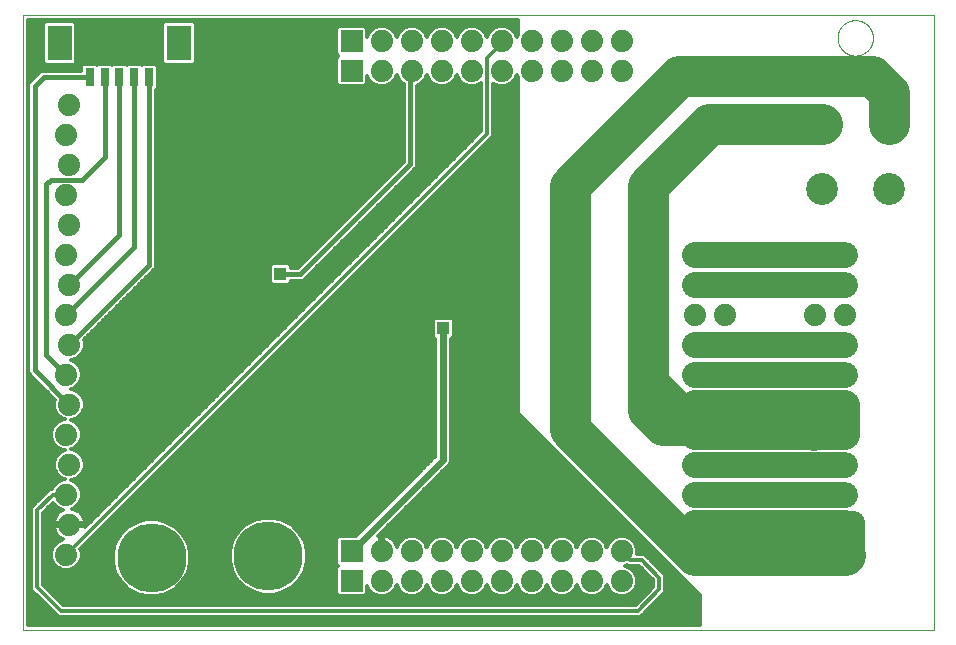
<source format=gbl>
G75*
%MOIN*%
%OFA0B0*%
%FSLAX25Y25*%
%IPPOS*%
%LPD*%
%AMOC8*
5,1,8,0,0,1.08239X$1,22.5*
%
%ADD10C,0.00000*%
%ADD11C,0.07400*%
%ADD12R,0.03150X0.06299*%
%ADD13R,0.08268X0.11811*%
%ADD14R,0.07400X0.07400*%
%ADD15C,0.23000*%
%ADD16C,0.10630*%
%ADD17C,0.08600*%
%ADD18C,0.01600*%
%ADD19C,0.01200*%
%ADD20R,0.04362X0.04362*%
%ADD21C,0.10000*%
%ADD22C,0.13819*%
%ADD23C,0.07600*%
%ADD24C,0.06600*%
%ADD25C,0.09055*%
%ADD26C,0.02400*%
D10*
X0036217Y0028618D02*
X0036217Y0233579D01*
X0339918Y0233579D01*
X0339918Y0028618D01*
X0036217Y0028618D01*
X0307792Y0225862D02*
X0307794Y0226015D01*
X0307800Y0226169D01*
X0307810Y0226322D01*
X0307824Y0226474D01*
X0307842Y0226627D01*
X0307864Y0226778D01*
X0307889Y0226929D01*
X0307919Y0227080D01*
X0307953Y0227230D01*
X0307990Y0227378D01*
X0308031Y0227526D01*
X0308076Y0227672D01*
X0308125Y0227818D01*
X0308178Y0227962D01*
X0308234Y0228104D01*
X0308294Y0228245D01*
X0308358Y0228385D01*
X0308425Y0228523D01*
X0308496Y0228659D01*
X0308571Y0228793D01*
X0308648Y0228925D01*
X0308730Y0229055D01*
X0308814Y0229183D01*
X0308902Y0229309D01*
X0308993Y0229432D01*
X0309087Y0229553D01*
X0309185Y0229671D01*
X0309285Y0229787D01*
X0309389Y0229900D01*
X0309495Y0230011D01*
X0309604Y0230119D01*
X0309716Y0230224D01*
X0309830Y0230325D01*
X0309948Y0230424D01*
X0310067Y0230520D01*
X0310189Y0230613D01*
X0310314Y0230702D01*
X0310441Y0230789D01*
X0310570Y0230871D01*
X0310701Y0230951D01*
X0310834Y0231027D01*
X0310969Y0231100D01*
X0311106Y0231169D01*
X0311245Y0231234D01*
X0311385Y0231296D01*
X0311527Y0231354D01*
X0311670Y0231409D01*
X0311815Y0231460D01*
X0311961Y0231507D01*
X0312108Y0231550D01*
X0312256Y0231589D01*
X0312405Y0231625D01*
X0312555Y0231656D01*
X0312706Y0231684D01*
X0312857Y0231708D01*
X0313010Y0231728D01*
X0313162Y0231744D01*
X0313315Y0231756D01*
X0313468Y0231764D01*
X0313621Y0231768D01*
X0313775Y0231768D01*
X0313928Y0231764D01*
X0314081Y0231756D01*
X0314234Y0231744D01*
X0314386Y0231728D01*
X0314539Y0231708D01*
X0314690Y0231684D01*
X0314841Y0231656D01*
X0314991Y0231625D01*
X0315140Y0231589D01*
X0315288Y0231550D01*
X0315435Y0231507D01*
X0315581Y0231460D01*
X0315726Y0231409D01*
X0315869Y0231354D01*
X0316011Y0231296D01*
X0316151Y0231234D01*
X0316290Y0231169D01*
X0316427Y0231100D01*
X0316562Y0231027D01*
X0316695Y0230951D01*
X0316826Y0230871D01*
X0316955Y0230789D01*
X0317082Y0230702D01*
X0317207Y0230613D01*
X0317329Y0230520D01*
X0317448Y0230424D01*
X0317566Y0230325D01*
X0317680Y0230224D01*
X0317792Y0230119D01*
X0317901Y0230011D01*
X0318007Y0229900D01*
X0318111Y0229787D01*
X0318211Y0229671D01*
X0318309Y0229553D01*
X0318403Y0229432D01*
X0318494Y0229309D01*
X0318582Y0229183D01*
X0318666Y0229055D01*
X0318748Y0228925D01*
X0318825Y0228793D01*
X0318900Y0228659D01*
X0318971Y0228523D01*
X0319038Y0228385D01*
X0319102Y0228245D01*
X0319162Y0228104D01*
X0319218Y0227962D01*
X0319271Y0227818D01*
X0319320Y0227672D01*
X0319365Y0227526D01*
X0319406Y0227378D01*
X0319443Y0227230D01*
X0319477Y0227080D01*
X0319507Y0226929D01*
X0319532Y0226778D01*
X0319554Y0226627D01*
X0319572Y0226474D01*
X0319586Y0226322D01*
X0319596Y0226169D01*
X0319602Y0226015D01*
X0319604Y0225862D01*
X0319602Y0225709D01*
X0319596Y0225555D01*
X0319586Y0225402D01*
X0319572Y0225250D01*
X0319554Y0225097D01*
X0319532Y0224946D01*
X0319507Y0224795D01*
X0319477Y0224644D01*
X0319443Y0224494D01*
X0319406Y0224346D01*
X0319365Y0224198D01*
X0319320Y0224052D01*
X0319271Y0223906D01*
X0319218Y0223762D01*
X0319162Y0223620D01*
X0319102Y0223479D01*
X0319038Y0223339D01*
X0318971Y0223201D01*
X0318900Y0223065D01*
X0318825Y0222931D01*
X0318748Y0222799D01*
X0318666Y0222669D01*
X0318582Y0222541D01*
X0318494Y0222415D01*
X0318403Y0222292D01*
X0318309Y0222171D01*
X0318211Y0222053D01*
X0318111Y0221937D01*
X0318007Y0221824D01*
X0317901Y0221713D01*
X0317792Y0221605D01*
X0317680Y0221500D01*
X0317566Y0221399D01*
X0317448Y0221300D01*
X0317329Y0221204D01*
X0317207Y0221111D01*
X0317082Y0221022D01*
X0316955Y0220935D01*
X0316826Y0220853D01*
X0316695Y0220773D01*
X0316562Y0220697D01*
X0316427Y0220624D01*
X0316290Y0220555D01*
X0316151Y0220490D01*
X0316011Y0220428D01*
X0315869Y0220370D01*
X0315726Y0220315D01*
X0315581Y0220264D01*
X0315435Y0220217D01*
X0315288Y0220174D01*
X0315140Y0220135D01*
X0314991Y0220099D01*
X0314841Y0220068D01*
X0314690Y0220040D01*
X0314539Y0220016D01*
X0314386Y0219996D01*
X0314234Y0219980D01*
X0314081Y0219968D01*
X0313928Y0219960D01*
X0313775Y0219956D01*
X0313621Y0219956D01*
X0313468Y0219960D01*
X0313315Y0219968D01*
X0313162Y0219980D01*
X0313010Y0219996D01*
X0312857Y0220016D01*
X0312706Y0220040D01*
X0312555Y0220068D01*
X0312405Y0220099D01*
X0312256Y0220135D01*
X0312108Y0220174D01*
X0311961Y0220217D01*
X0311815Y0220264D01*
X0311670Y0220315D01*
X0311527Y0220370D01*
X0311385Y0220428D01*
X0311245Y0220490D01*
X0311106Y0220555D01*
X0310969Y0220624D01*
X0310834Y0220697D01*
X0310701Y0220773D01*
X0310570Y0220853D01*
X0310441Y0220935D01*
X0310314Y0221022D01*
X0310189Y0221111D01*
X0310067Y0221204D01*
X0309948Y0221300D01*
X0309830Y0221399D01*
X0309716Y0221500D01*
X0309604Y0221605D01*
X0309495Y0221713D01*
X0309389Y0221824D01*
X0309285Y0221937D01*
X0309185Y0222053D01*
X0309087Y0222171D01*
X0308993Y0222292D01*
X0308902Y0222415D01*
X0308814Y0222541D01*
X0308730Y0222669D01*
X0308648Y0222799D01*
X0308571Y0222931D01*
X0308496Y0223065D01*
X0308425Y0223201D01*
X0308358Y0223339D01*
X0308294Y0223479D01*
X0308234Y0223620D01*
X0308178Y0223762D01*
X0308125Y0223906D01*
X0308076Y0224052D01*
X0308031Y0224198D01*
X0307990Y0224346D01*
X0307953Y0224494D01*
X0307919Y0224644D01*
X0307889Y0224795D01*
X0307864Y0224946D01*
X0307842Y0225097D01*
X0307824Y0225250D01*
X0307810Y0225402D01*
X0307800Y0225555D01*
X0307794Y0225709D01*
X0307792Y0225862D01*
D11*
X0235823Y0224760D03*
X0225823Y0224760D03*
X0215823Y0224760D03*
X0205823Y0224760D03*
X0195823Y0224760D03*
X0185823Y0224760D03*
X0175823Y0224760D03*
X0165823Y0224760D03*
X0155823Y0224760D03*
X0155823Y0214760D03*
X0165823Y0214760D03*
X0175823Y0214760D03*
X0185823Y0214760D03*
X0195823Y0214760D03*
X0205823Y0214760D03*
X0215823Y0214760D03*
X0225823Y0214760D03*
X0235823Y0214760D03*
X0260217Y0153618D03*
X0270217Y0153618D03*
X0270217Y0143618D03*
X0260217Y0143618D03*
X0260217Y0133618D03*
X0270217Y0133618D03*
X0270217Y0123618D03*
X0260217Y0123618D03*
X0260217Y0113618D03*
X0260217Y0103618D03*
X0270217Y0103618D03*
X0270217Y0113618D03*
X0270217Y0093618D03*
X0260217Y0093618D03*
X0260217Y0083618D03*
X0270217Y0083618D03*
X0270217Y0073618D03*
X0260217Y0073618D03*
X0260217Y0063618D03*
X0270217Y0063618D03*
X0270217Y0053618D03*
X0260217Y0053618D03*
X0235823Y0054760D03*
X0225823Y0054760D03*
X0215823Y0054760D03*
X0205823Y0054760D03*
X0195823Y0054760D03*
X0185823Y0054760D03*
X0175823Y0054760D03*
X0165823Y0054760D03*
X0155823Y0054760D03*
X0155823Y0044760D03*
X0165823Y0044760D03*
X0175823Y0044760D03*
X0185823Y0044760D03*
X0195823Y0044760D03*
X0205823Y0044760D03*
X0215823Y0044760D03*
X0225823Y0044760D03*
X0235823Y0044760D03*
X0300217Y0053618D03*
X0310217Y0053618D03*
X0310217Y0063618D03*
X0300217Y0063618D03*
X0300217Y0073618D03*
X0310217Y0073618D03*
X0310217Y0083618D03*
X0300217Y0083618D03*
X0300217Y0093618D03*
X0310217Y0093618D03*
X0310217Y0103618D03*
X0300217Y0103618D03*
X0300217Y0113618D03*
X0310217Y0113618D03*
X0310217Y0123618D03*
X0300217Y0123618D03*
X0300217Y0133618D03*
X0310217Y0133618D03*
X0310217Y0143618D03*
X0300217Y0143618D03*
X0300217Y0153618D03*
X0310217Y0153618D03*
X0051717Y0143618D03*
X0050717Y0133618D03*
X0051717Y0123618D03*
X0050717Y0113618D03*
X0051717Y0103618D03*
X0050717Y0093618D03*
X0051717Y0083618D03*
X0050717Y0073618D03*
X0051717Y0063618D03*
X0050717Y0053618D03*
X0050717Y0153618D03*
X0051717Y0163618D03*
X0050717Y0173618D03*
X0051717Y0183618D03*
X0050717Y0193618D03*
X0051717Y0203618D03*
D12*
X0058572Y0212713D03*
X0063493Y0212713D03*
X0068414Y0212713D03*
X0073335Y0212713D03*
X0078257Y0212713D03*
D13*
X0088296Y0224130D03*
X0048532Y0224130D03*
D14*
X0145823Y0224760D03*
X0145823Y0214760D03*
X0145823Y0054760D03*
X0145823Y0044760D03*
D15*
X0118107Y0053028D03*
X0079131Y0052634D03*
D16*
X0302477Y0175469D03*
X0324918Y0175469D03*
X0324918Y0197122D03*
X0302477Y0197122D03*
D17*
X0310217Y0153618D02*
X0260217Y0153618D01*
X0260217Y0143618D02*
X0310217Y0143618D01*
X0310217Y0123618D02*
X0260217Y0123618D01*
X0260217Y0113618D02*
X0310217Y0113618D01*
X0310217Y0083618D02*
X0260217Y0083618D01*
X0260217Y0073618D02*
X0310217Y0073618D01*
D18*
X0165351Y0183736D02*
X0165351Y0214287D01*
X0165823Y0214760D01*
X0165351Y0183736D02*
X0128737Y0147122D01*
X0122044Y0147122D01*
X0078257Y0150157D02*
X0051717Y0123618D01*
X0044091Y0120244D02*
X0050717Y0113618D01*
X0044091Y0120244D02*
X0044091Y0177043D01*
X0045666Y0178618D01*
X0055902Y0178618D01*
X0063493Y0186209D01*
X0063493Y0212713D01*
X0068414Y0212713D02*
X0068414Y0160315D01*
X0051717Y0143618D01*
X0050717Y0133618D02*
X0073335Y0156236D01*
X0073335Y0212713D01*
X0078257Y0212713D02*
X0078257Y0150157D01*
X0040154Y0115181D02*
X0051717Y0103618D01*
X0040154Y0115181D02*
X0040154Y0209720D01*
X0043146Y0212713D01*
X0058572Y0212713D01*
D19*
X0055597Y0214913D02*
X0042235Y0214913D01*
X0039243Y0211920D01*
X0037954Y0210632D01*
X0037954Y0114270D01*
X0046903Y0105321D01*
X0046617Y0104633D01*
X0046617Y0102604D01*
X0047394Y0100729D01*
X0048828Y0099295D01*
X0050220Y0098718D01*
X0049703Y0098718D01*
X0047828Y0097942D01*
X0046394Y0096507D01*
X0045617Y0094633D01*
X0045617Y0092604D01*
X0046394Y0090729D01*
X0047828Y0089295D01*
X0049703Y0088518D01*
X0050220Y0088518D01*
X0048828Y0087942D01*
X0047394Y0086507D01*
X0046617Y0084633D01*
X0046617Y0082604D01*
X0047394Y0080729D01*
X0048828Y0079295D01*
X0050220Y0078718D01*
X0049703Y0078718D01*
X0047828Y0077942D01*
X0046394Y0076507D01*
X0046025Y0075618D01*
X0045349Y0075618D01*
X0040113Y0070382D01*
X0038942Y0069210D01*
X0038942Y0041963D01*
X0046816Y0034089D01*
X0047987Y0032917D01*
X0242164Y0032917D01*
X0249250Y0040004D01*
X0250422Y0041176D01*
X0250422Y0046769D01*
X0244516Y0052675D01*
X0243345Y0053846D01*
X0240923Y0053846D01*
X0240923Y0055774D01*
X0240147Y0057649D01*
X0238712Y0059083D01*
X0236838Y0059860D01*
X0234809Y0059860D01*
X0232935Y0059083D01*
X0231500Y0057649D01*
X0230823Y0056016D01*
X0230147Y0057649D01*
X0228712Y0059083D01*
X0226838Y0059860D01*
X0224809Y0059860D01*
X0222935Y0059083D01*
X0221500Y0057649D01*
X0220823Y0056016D01*
X0220147Y0057649D01*
X0218712Y0059083D01*
X0216838Y0059860D01*
X0214809Y0059860D01*
X0212935Y0059083D01*
X0211500Y0057649D01*
X0210823Y0056016D01*
X0210147Y0057649D01*
X0208712Y0059083D01*
X0206838Y0059860D01*
X0204809Y0059860D01*
X0202935Y0059083D01*
X0201500Y0057649D01*
X0200823Y0056016D01*
X0200147Y0057649D01*
X0198712Y0059083D01*
X0196838Y0059860D01*
X0194809Y0059860D01*
X0192935Y0059083D01*
X0191500Y0057649D01*
X0190823Y0056016D01*
X0190147Y0057649D01*
X0188712Y0059083D01*
X0186838Y0059860D01*
X0184809Y0059860D01*
X0182935Y0059083D01*
X0181500Y0057649D01*
X0180823Y0056016D01*
X0180147Y0057649D01*
X0178712Y0059083D01*
X0176838Y0059860D01*
X0174809Y0059860D01*
X0172935Y0059083D01*
X0171500Y0057649D01*
X0170823Y0056016D01*
X0170147Y0057649D01*
X0168712Y0059083D01*
X0166838Y0059860D01*
X0164809Y0059860D01*
X0162935Y0059083D01*
X0161500Y0057649D01*
X0160916Y0056238D01*
X0160735Y0056794D01*
X0160356Y0057538D01*
X0159866Y0058213D01*
X0159276Y0058802D01*
X0158601Y0059293D01*
X0157858Y0059672D01*
X0157065Y0059929D01*
X0156241Y0060060D01*
X0156223Y0060060D01*
X0156223Y0055160D01*
X0155423Y0055160D01*
X0155423Y0060060D01*
X0155406Y0060060D01*
X0154686Y0059946D01*
X0178579Y0083838D01*
X0178975Y0084794D01*
X0178975Y0125431D01*
X0179136Y0125431D01*
X0179956Y0126251D01*
X0179956Y0131773D01*
X0179136Y0132593D01*
X0173614Y0132593D01*
X0172794Y0131773D01*
X0172794Y0126251D01*
X0173614Y0125431D01*
X0173775Y0125431D01*
X0173775Y0086388D01*
X0147247Y0059860D01*
X0141544Y0059860D01*
X0140723Y0059040D01*
X0140723Y0050480D01*
X0141444Y0049760D01*
X0140723Y0049040D01*
X0140723Y0040480D01*
X0141544Y0039660D01*
X0150103Y0039660D01*
X0150923Y0040480D01*
X0150923Y0043263D01*
X0151500Y0041871D01*
X0152935Y0040436D01*
X0154809Y0039660D01*
X0156838Y0039660D01*
X0158712Y0040436D01*
X0160147Y0041871D01*
X0160823Y0043504D01*
X0161500Y0041871D01*
X0162935Y0040436D01*
X0164809Y0039660D01*
X0166838Y0039660D01*
X0168712Y0040436D01*
X0170147Y0041871D01*
X0170823Y0043504D01*
X0171500Y0041871D01*
X0172935Y0040436D01*
X0174809Y0039660D01*
X0176838Y0039660D01*
X0178712Y0040436D01*
X0180147Y0041871D01*
X0180823Y0043504D01*
X0181500Y0041871D01*
X0182935Y0040436D01*
X0184809Y0039660D01*
X0186838Y0039660D01*
X0188712Y0040436D01*
X0190147Y0041871D01*
X0190823Y0043504D01*
X0191500Y0041871D01*
X0192935Y0040436D01*
X0194809Y0039660D01*
X0196838Y0039660D01*
X0198712Y0040436D01*
X0200147Y0041871D01*
X0200823Y0043504D01*
X0201500Y0041871D01*
X0202935Y0040436D01*
X0204809Y0039660D01*
X0206838Y0039660D01*
X0208712Y0040436D01*
X0210147Y0041871D01*
X0210823Y0043504D01*
X0211500Y0041871D01*
X0212935Y0040436D01*
X0214809Y0039660D01*
X0216838Y0039660D01*
X0218712Y0040436D01*
X0220147Y0041871D01*
X0220823Y0043504D01*
X0221500Y0041871D01*
X0222935Y0040436D01*
X0224809Y0039660D01*
X0226838Y0039660D01*
X0228712Y0040436D01*
X0230147Y0041871D01*
X0230823Y0043504D01*
X0231500Y0041871D01*
X0232935Y0040436D01*
X0234809Y0039660D01*
X0236838Y0039660D01*
X0238712Y0040436D01*
X0240147Y0041871D01*
X0240923Y0043745D01*
X0240923Y0045774D01*
X0240147Y0047649D01*
X0238712Y0049083D01*
X0237079Y0049760D01*
X0237727Y0050028D01*
X0237908Y0049846D01*
X0241688Y0049846D01*
X0246422Y0045113D01*
X0246422Y0042832D01*
X0240507Y0036917D01*
X0049644Y0036917D01*
X0042942Y0043620D01*
X0042942Y0067553D01*
X0046313Y0070925D01*
X0046394Y0070729D01*
X0047828Y0069295D01*
X0049679Y0068528D01*
X0048939Y0068151D01*
X0048264Y0067661D01*
X0047675Y0067071D01*
X0047184Y0066396D01*
X0046805Y0065653D01*
X0046548Y0064859D01*
X0046417Y0064035D01*
X0046417Y0064018D01*
X0051317Y0064018D01*
X0051317Y0063218D01*
X0046417Y0063218D01*
X0046417Y0063201D01*
X0046548Y0062377D01*
X0046805Y0061584D01*
X0047184Y0060840D01*
X0047675Y0060165D01*
X0048264Y0059575D01*
X0048939Y0059085D01*
X0049679Y0058708D01*
X0047828Y0057942D01*
X0046394Y0056507D01*
X0045617Y0054633D01*
X0045617Y0052604D01*
X0046394Y0050729D01*
X0047828Y0049295D01*
X0049703Y0048518D01*
X0051732Y0048518D01*
X0053606Y0049295D01*
X0055041Y0050729D01*
X0055817Y0052604D01*
X0055817Y0054633D01*
X0055449Y0055521D01*
X0192942Y0193014D01*
X0192942Y0210433D01*
X0194809Y0209660D01*
X0196838Y0209660D01*
X0198712Y0210436D01*
X0200147Y0211871D01*
X0200823Y0213504D01*
X0201178Y0212649D01*
X0201178Y0100665D01*
X0261808Y0040035D01*
X0261808Y0030218D01*
X0037817Y0030218D01*
X0037817Y0231979D01*
X0201178Y0231979D01*
X0201178Y0226871D01*
X0200823Y0226016D01*
X0200147Y0227649D01*
X0198712Y0229083D01*
X0196838Y0229860D01*
X0194809Y0229860D01*
X0192935Y0229083D01*
X0191500Y0227649D01*
X0190823Y0226016D01*
X0190147Y0227649D01*
X0188712Y0229083D01*
X0186838Y0229860D01*
X0184809Y0229860D01*
X0182935Y0229083D01*
X0181500Y0227649D01*
X0180823Y0226016D01*
X0180147Y0227649D01*
X0178712Y0229083D01*
X0176838Y0229860D01*
X0174809Y0229860D01*
X0172935Y0229083D01*
X0171500Y0227649D01*
X0170823Y0226016D01*
X0170147Y0227649D01*
X0168712Y0229083D01*
X0166838Y0229860D01*
X0164809Y0229860D01*
X0162935Y0229083D01*
X0161500Y0227649D01*
X0160823Y0226016D01*
X0160147Y0227649D01*
X0158712Y0229083D01*
X0156838Y0229860D01*
X0154809Y0229860D01*
X0152935Y0229083D01*
X0151500Y0227649D01*
X0150923Y0226257D01*
X0150923Y0229040D01*
X0150103Y0229860D01*
X0141544Y0229860D01*
X0140723Y0229040D01*
X0140723Y0220480D01*
X0141444Y0219760D01*
X0140723Y0219040D01*
X0140723Y0210480D01*
X0141544Y0209660D01*
X0150103Y0209660D01*
X0150923Y0210480D01*
X0150923Y0213263D01*
X0151500Y0211871D01*
X0152935Y0210436D01*
X0154809Y0209660D01*
X0156838Y0209660D01*
X0158712Y0210436D01*
X0160147Y0211871D01*
X0160823Y0213504D01*
X0161500Y0211871D01*
X0162935Y0210436D01*
X0163151Y0210347D01*
X0163151Y0184647D01*
X0127826Y0149322D01*
X0125625Y0149322D01*
X0125625Y0149883D01*
X0124805Y0150703D01*
X0119283Y0150703D01*
X0118463Y0149883D01*
X0118463Y0144361D01*
X0119283Y0143541D01*
X0124805Y0143541D01*
X0125625Y0144361D01*
X0125625Y0144922D01*
X0129648Y0144922D01*
X0166262Y0181536D01*
X0167551Y0182825D01*
X0167551Y0209955D01*
X0168712Y0210436D01*
X0170147Y0211871D01*
X0170823Y0213504D01*
X0171500Y0211871D01*
X0172935Y0210436D01*
X0174809Y0209660D01*
X0176838Y0209660D01*
X0178712Y0210436D01*
X0180147Y0211871D01*
X0180823Y0213504D01*
X0181500Y0211871D01*
X0182935Y0210436D01*
X0184809Y0209660D01*
X0186838Y0209660D01*
X0188712Y0210436D01*
X0188942Y0210665D01*
X0188942Y0194671D01*
X0056932Y0062661D01*
X0057017Y0063201D01*
X0057017Y0063218D01*
X0052117Y0063218D01*
X0052117Y0064018D01*
X0057017Y0064018D01*
X0057017Y0064035D01*
X0056887Y0064859D01*
X0056629Y0065653D01*
X0056250Y0066396D01*
X0055760Y0067071D01*
X0055170Y0067661D01*
X0054495Y0068151D01*
X0053752Y0068530D01*
X0052958Y0068788D01*
X0052542Y0068854D01*
X0053606Y0069295D01*
X0055041Y0070729D01*
X0055817Y0072604D01*
X0055817Y0074633D01*
X0055041Y0076507D01*
X0053606Y0077942D01*
X0052214Y0078518D01*
X0052732Y0078518D01*
X0054606Y0079295D01*
X0056041Y0080729D01*
X0056817Y0082604D01*
X0056817Y0084633D01*
X0056041Y0086507D01*
X0054606Y0087942D01*
X0052732Y0088718D01*
X0052214Y0088718D01*
X0053606Y0089295D01*
X0055041Y0090729D01*
X0055817Y0092604D01*
X0055817Y0094633D01*
X0055041Y0096507D01*
X0053606Y0097942D01*
X0052214Y0098518D01*
X0052732Y0098518D01*
X0054606Y0099295D01*
X0056041Y0100729D01*
X0056817Y0102604D01*
X0056817Y0104633D01*
X0056041Y0106507D01*
X0054606Y0107942D01*
X0052732Y0108718D01*
X0052214Y0108718D01*
X0053606Y0109295D01*
X0055041Y0110729D01*
X0055817Y0112604D01*
X0055817Y0114633D01*
X0055041Y0116507D01*
X0053606Y0117942D01*
X0052214Y0118518D01*
X0052732Y0118518D01*
X0054606Y0119295D01*
X0056041Y0120729D01*
X0056817Y0122604D01*
X0056817Y0124633D01*
X0056532Y0125321D01*
X0080457Y0149246D01*
X0080457Y0208208D01*
X0081231Y0208983D01*
X0081231Y0216442D01*
X0080411Y0217262D01*
X0076102Y0217262D01*
X0075796Y0216956D01*
X0075490Y0217262D01*
X0071181Y0217262D01*
X0070875Y0216956D01*
X0070569Y0217262D01*
X0066259Y0217262D01*
X0065953Y0216956D01*
X0065647Y0217262D01*
X0061338Y0217262D01*
X0061032Y0216956D01*
X0060726Y0217262D01*
X0056417Y0217262D01*
X0055597Y0216442D01*
X0055597Y0214913D01*
X0055597Y0215586D02*
X0037817Y0215586D01*
X0037817Y0216784D02*
X0055939Y0216784D01*
X0054066Y0217645D02*
X0054066Y0230615D01*
X0053246Y0231435D01*
X0043818Y0231435D01*
X0042998Y0230615D01*
X0042998Y0217645D01*
X0043818Y0216824D01*
X0053246Y0216824D01*
X0054066Y0217645D01*
X0054066Y0217983D02*
X0082762Y0217983D01*
X0082762Y0217645D02*
X0083582Y0216824D01*
X0093010Y0216824D01*
X0093830Y0217645D01*
X0093830Y0230615D01*
X0093010Y0231435D01*
X0083582Y0231435D01*
X0082762Y0230615D01*
X0082762Y0217645D01*
X0082762Y0219181D02*
X0054066Y0219181D01*
X0054066Y0220380D02*
X0082762Y0220380D01*
X0082762Y0221578D02*
X0054066Y0221578D01*
X0054066Y0222777D02*
X0082762Y0222777D01*
X0082762Y0223975D02*
X0054066Y0223975D01*
X0054066Y0225174D02*
X0082762Y0225174D01*
X0082762Y0226372D02*
X0054066Y0226372D01*
X0054066Y0227571D02*
X0082762Y0227571D01*
X0082762Y0228770D02*
X0054066Y0228770D01*
X0054066Y0229968D02*
X0082762Y0229968D01*
X0083313Y0231167D02*
X0053515Y0231167D01*
X0043549Y0231167D02*
X0037817Y0231167D01*
X0037817Y0229968D02*
X0042998Y0229968D01*
X0042998Y0228770D02*
X0037817Y0228770D01*
X0037817Y0227571D02*
X0042998Y0227571D01*
X0042998Y0226372D02*
X0037817Y0226372D01*
X0037817Y0225174D02*
X0042998Y0225174D01*
X0042998Y0223975D02*
X0037817Y0223975D01*
X0037817Y0222777D02*
X0042998Y0222777D01*
X0042998Y0221578D02*
X0037817Y0221578D01*
X0037817Y0220380D02*
X0042998Y0220380D01*
X0042998Y0219181D02*
X0037817Y0219181D01*
X0037817Y0217983D02*
X0042998Y0217983D01*
X0041710Y0214387D02*
X0037817Y0214387D01*
X0037817Y0213189D02*
X0040511Y0213189D01*
X0039313Y0211990D02*
X0037817Y0211990D01*
X0037817Y0210792D02*
X0038114Y0210792D01*
X0037954Y0209593D02*
X0037817Y0209593D01*
X0037817Y0208395D02*
X0037954Y0208395D01*
X0037954Y0207196D02*
X0037817Y0207196D01*
X0037817Y0205998D02*
X0037954Y0205998D01*
X0037954Y0204799D02*
X0037817Y0204799D01*
X0037817Y0203601D02*
X0037954Y0203601D01*
X0037954Y0202402D02*
X0037817Y0202402D01*
X0037817Y0201204D02*
X0037954Y0201204D01*
X0037954Y0200005D02*
X0037817Y0200005D01*
X0037817Y0198807D02*
X0037954Y0198807D01*
X0037954Y0197608D02*
X0037817Y0197608D01*
X0037817Y0196410D02*
X0037954Y0196410D01*
X0037954Y0195211D02*
X0037817Y0195211D01*
X0037817Y0194013D02*
X0037954Y0194013D01*
X0037954Y0192814D02*
X0037817Y0192814D01*
X0037817Y0191616D02*
X0037954Y0191616D01*
X0037954Y0190417D02*
X0037817Y0190417D01*
X0037817Y0189219D02*
X0037954Y0189219D01*
X0037954Y0188020D02*
X0037817Y0188020D01*
X0037817Y0186822D02*
X0037954Y0186822D01*
X0037954Y0185623D02*
X0037817Y0185623D01*
X0037817Y0184425D02*
X0037954Y0184425D01*
X0037954Y0183226D02*
X0037817Y0183226D01*
X0037817Y0182028D02*
X0037954Y0182028D01*
X0037954Y0180829D02*
X0037817Y0180829D01*
X0037817Y0179631D02*
X0037954Y0179631D01*
X0037954Y0178432D02*
X0037817Y0178432D01*
X0037817Y0177234D02*
X0037954Y0177234D01*
X0037954Y0176035D02*
X0037817Y0176035D01*
X0037817Y0174836D02*
X0037954Y0174836D01*
X0037954Y0173638D02*
X0037817Y0173638D01*
X0037817Y0172439D02*
X0037954Y0172439D01*
X0037954Y0171241D02*
X0037817Y0171241D01*
X0037817Y0170042D02*
X0037954Y0170042D01*
X0037954Y0168844D02*
X0037817Y0168844D01*
X0037817Y0167645D02*
X0037954Y0167645D01*
X0037954Y0166447D02*
X0037817Y0166447D01*
X0037817Y0165248D02*
X0037954Y0165248D01*
X0037954Y0164050D02*
X0037817Y0164050D01*
X0037817Y0162851D02*
X0037954Y0162851D01*
X0037954Y0161653D02*
X0037817Y0161653D01*
X0037817Y0160454D02*
X0037954Y0160454D01*
X0037954Y0159256D02*
X0037817Y0159256D01*
X0037817Y0158057D02*
X0037954Y0158057D01*
X0037954Y0156859D02*
X0037817Y0156859D01*
X0037817Y0155660D02*
X0037954Y0155660D01*
X0037954Y0154462D02*
X0037817Y0154462D01*
X0037817Y0153263D02*
X0037954Y0153263D01*
X0037954Y0152065D02*
X0037817Y0152065D01*
X0037817Y0150866D02*
X0037954Y0150866D01*
X0037954Y0149668D02*
X0037817Y0149668D01*
X0037817Y0148469D02*
X0037954Y0148469D01*
X0037954Y0147271D02*
X0037817Y0147271D01*
X0037817Y0146072D02*
X0037954Y0146072D01*
X0037954Y0144874D02*
X0037817Y0144874D01*
X0037817Y0143675D02*
X0037954Y0143675D01*
X0037954Y0142477D02*
X0037817Y0142477D01*
X0037817Y0141278D02*
X0037954Y0141278D01*
X0037954Y0140080D02*
X0037817Y0140080D01*
X0037817Y0138881D02*
X0037954Y0138881D01*
X0037954Y0137683D02*
X0037817Y0137683D01*
X0037817Y0136484D02*
X0037954Y0136484D01*
X0037954Y0135286D02*
X0037817Y0135286D01*
X0037817Y0134087D02*
X0037954Y0134087D01*
X0037954Y0132889D02*
X0037817Y0132889D01*
X0037817Y0131690D02*
X0037954Y0131690D01*
X0037954Y0130492D02*
X0037817Y0130492D01*
X0037817Y0129293D02*
X0037954Y0129293D01*
X0037954Y0128095D02*
X0037817Y0128095D01*
X0037817Y0126896D02*
X0037954Y0126896D01*
X0037954Y0125698D02*
X0037817Y0125698D01*
X0037817Y0124499D02*
X0037954Y0124499D01*
X0037954Y0123301D02*
X0037817Y0123301D01*
X0037817Y0122102D02*
X0037954Y0122102D01*
X0037954Y0120903D02*
X0037817Y0120903D01*
X0037817Y0119705D02*
X0037954Y0119705D01*
X0037954Y0118506D02*
X0037817Y0118506D01*
X0037817Y0117308D02*
X0037954Y0117308D01*
X0037954Y0116109D02*
X0037817Y0116109D01*
X0037817Y0114911D02*
X0037954Y0114911D01*
X0037817Y0113712D02*
X0038512Y0113712D01*
X0037817Y0112514D02*
X0039710Y0112514D01*
X0040909Y0111315D02*
X0037817Y0111315D01*
X0037817Y0110117D02*
X0042107Y0110117D01*
X0043306Y0108918D02*
X0037817Y0108918D01*
X0037817Y0107720D02*
X0044504Y0107720D01*
X0045703Y0106521D02*
X0037817Y0106521D01*
X0037817Y0105323D02*
X0046901Y0105323D01*
X0046617Y0104124D02*
X0037817Y0104124D01*
X0037817Y0102926D02*
X0046617Y0102926D01*
X0046980Y0101727D02*
X0037817Y0101727D01*
X0037817Y0100529D02*
X0047594Y0100529D01*
X0048793Y0099330D02*
X0037817Y0099330D01*
X0037817Y0098132D02*
X0048287Y0098132D01*
X0046820Y0096933D02*
X0037817Y0096933D01*
X0037817Y0095735D02*
X0046074Y0095735D01*
X0045617Y0094536D02*
X0037817Y0094536D01*
X0037817Y0093338D02*
X0045617Y0093338D01*
X0045810Y0092139D02*
X0037817Y0092139D01*
X0037817Y0090941D02*
X0046306Y0090941D01*
X0047381Y0089742D02*
X0037817Y0089742D01*
X0037817Y0088544D02*
X0049641Y0088544D01*
X0048232Y0087345D02*
X0037817Y0087345D01*
X0037817Y0086147D02*
X0047244Y0086147D01*
X0046748Y0084948D02*
X0037817Y0084948D01*
X0037817Y0083750D02*
X0046617Y0083750D01*
X0046639Y0082551D02*
X0037817Y0082551D01*
X0037817Y0081353D02*
X0047135Y0081353D01*
X0047969Y0080154D02*
X0037817Y0080154D01*
X0037817Y0078956D02*
X0049647Y0078956D01*
X0047644Y0077757D02*
X0037817Y0077757D01*
X0037817Y0076559D02*
X0046445Y0076559D01*
X0045091Y0075360D02*
X0037817Y0075360D01*
X0037817Y0074162D02*
X0043893Y0074162D01*
X0042694Y0072963D02*
X0037817Y0072963D01*
X0037817Y0071765D02*
X0041496Y0071765D01*
X0040297Y0070566D02*
X0037817Y0070566D01*
X0037817Y0069367D02*
X0039099Y0069367D01*
X0038942Y0068169D02*
X0037817Y0068169D01*
X0037817Y0066970D02*
X0038942Y0066970D01*
X0038942Y0065772D02*
X0037817Y0065772D01*
X0037817Y0064573D02*
X0038942Y0064573D01*
X0038942Y0063375D02*
X0037817Y0063375D01*
X0037817Y0062176D02*
X0038942Y0062176D01*
X0038942Y0060978D02*
X0037817Y0060978D01*
X0037817Y0059779D02*
X0038942Y0059779D01*
X0038942Y0058581D02*
X0037817Y0058581D01*
X0037817Y0057382D02*
X0038942Y0057382D01*
X0038942Y0056184D02*
X0037817Y0056184D01*
X0037817Y0054985D02*
X0038942Y0054985D01*
X0038942Y0053787D02*
X0037817Y0053787D01*
X0037817Y0052588D02*
X0038942Y0052588D01*
X0038942Y0051390D02*
X0037817Y0051390D01*
X0037817Y0050191D02*
X0038942Y0050191D01*
X0038942Y0048993D02*
X0037817Y0048993D01*
X0037817Y0047794D02*
X0038942Y0047794D01*
X0038942Y0046596D02*
X0037817Y0046596D01*
X0037817Y0045397D02*
X0038942Y0045397D01*
X0038942Y0044199D02*
X0037817Y0044199D01*
X0037817Y0043000D02*
X0038942Y0043000D01*
X0039103Y0041802D02*
X0037817Y0041802D01*
X0037817Y0040603D02*
X0040301Y0040603D01*
X0041500Y0039405D02*
X0037817Y0039405D01*
X0037817Y0038206D02*
X0042698Y0038206D01*
X0043897Y0037008D02*
X0037817Y0037008D01*
X0037817Y0035809D02*
X0045095Y0035809D01*
X0046294Y0034611D02*
X0037817Y0034611D01*
X0037817Y0033412D02*
X0047492Y0033412D01*
X0048816Y0034917D02*
X0241335Y0034917D01*
X0248422Y0042004D01*
X0248422Y0045941D01*
X0242516Y0051846D01*
X0238737Y0051846D01*
X0235823Y0054760D01*
X0240923Y0054985D02*
X0246858Y0054985D01*
X0248056Y0053787D02*
X0243404Y0053787D01*
X0244603Y0052588D02*
X0249255Y0052588D01*
X0250453Y0051390D02*
X0245801Y0051390D01*
X0247000Y0050191D02*
X0251652Y0050191D01*
X0252850Y0048993D02*
X0248198Y0048993D01*
X0249397Y0047794D02*
X0254049Y0047794D01*
X0255247Y0046596D02*
X0250422Y0046596D01*
X0250422Y0045397D02*
X0256446Y0045397D01*
X0257644Y0044199D02*
X0250422Y0044199D01*
X0250422Y0043000D02*
X0258843Y0043000D01*
X0260041Y0041802D02*
X0250422Y0041802D01*
X0249850Y0040603D02*
X0261240Y0040603D01*
X0261808Y0039405D02*
X0248651Y0039405D01*
X0247453Y0038206D02*
X0261808Y0038206D01*
X0261808Y0037008D02*
X0246254Y0037008D01*
X0245056Y0035809D02*
X0261808Y0035809D01*
X0261808Y0034611D02*
X0243857Y0034611D01*
X0242659Y0033412D02*
X0261808Y0033412D01*
X0261808Y0032214D02*
X0037817Y0032214D01*
X0037817Y0031015D02*
X0261808Y0031015D01*
X0246422Y0043000D02*
X0240615Y0043000D01*
X0240923Y0044199D02*
X0246422Y0044199D01*
X0246137Y0045397D02*
X0240923Y0045397D01*
X0240583Y0046596D02*
X0244939Y0046596D01*
X0243740Y0047794D02*
X0240002Y0047794D01*
X0238803Y0048993D02*
X0242542Y0048993D01*
X0240754Y0056184D02*
X0245659Y0056184D01*
X0244461Y0057382D02*
X0240257Y0057382D01*
X0239215Y0058581D02*
X0243262Y0058581D01*
X0242064Y0059779D02*
X0237032Y0059779D01*
X0234615Y0059779D02*
X0227032Y0059779D01*
X0224615Y0059779D02*
X0217032Y0059779D01*
X0214615Y0059779D02*
X0207032Y0059779D01*
X0204615Y0059779D02*
X0197032Y0059779D01*
X0194615Y0059779D02*
X0187032Y0059779D01*
X0184615Y0059779D02*
X0177032Y0059779D01*
X0174615Y0059779D02*
X0167032Y0059779D01*
X0164615Y0059779D02*
X0157526Y0059779D01*
X0156223Y0059779D02*
X0155423Y0059779D01*
X0155423Y0058581D02*
X0156223Y0058581D01*
X0156223Y0057382D02*
X0155423Y0057382D01*
X0155423Y0056184D02*
X0156223Y0056184D01*
X0159498Y0058581D02*
X0162432Y0058581D01*
X0161390Y0057382D02*
X0160436Y0057382D01*
X0155719Y0060978D02*
X0240865Y0060978D01*
X0239667Y0062176D02*
X0156917Y0062176D01*
X0158116Y0063375D02*
X0238468Y0063375D01*
X0237270Y0064573D02*
X0159314Y0064573D01*
X0160513Y0065772D02*
X0236071Y0065772D01*
X0234873Y0066970D02*
X0161711Y0066970D01*
X0162910Y0068169D02*
X0233674Y0068169D01*
X0232476Y0069367D02*
X0164108Y0069367D01*
X0165307Y0070566D02*
X0231277Y0070566D01*
X0230079Y0071765D02*
X0166505Y0071765D01*
X0167704Y0072963D02*
X0228880Y0072963D01*
X0227682Y0074162D02*
X0168902Y0074162D01*
X0170101Y0075360D02*
X0226483Y0075360D01*
X0225285Y0076559D02*
X0171299Y0076559D01*
X0172498Y0077757D02*
X0224086Y0077757D01*
X0222888Y0078956D02*
X0173696Y0078956D01*
X0174895Y0080154D02*
X0221689Y0080154D01*
X0220491Y0081353D02*
X0176093Y0081353D01*
X0177292Y0082551D02*
X0219292Y0082551D01*
X0218094Y0083750D02*
X0178490Y0083750D01*
X0178975Y0084948D02*
X0216895Y0084948D01*
X0215697Y0086147D02*
X0178975Y0086147D01*
X0178975Y0087345D02*
X0214498Y0087345D01*
X0213299Y0088544D02*
X0178975Y0088544D01*
X0178975Y0089742D02*
X0212101Y0089742D01*
X0210902Y0090941D02*
X0178975Y0090941D01*
X0178975Y0092139D02*
X0209704Y0092139D01*
X0208505Y0093338D02*
X0178975Y0093338D01*
X0178975Y0094536D02*
X0207307Y0094536D01*
X0206108Y0095735D02*
X0178975Y0095735D01*
X0178975Y0096933D02*
X0204910Y0096933D01*
X0203711Y0098132D02*
X0178975Y0098132D01*
X0178975Y0099330D02*
X0202513Y0099330D01*
X0201314Y0100529D02*
X0178975Y0100529D01*
X0178975Y0101727D02*
X0201178Y0101727D01*
X0201178Y0102926D02*
X0178975Y0102926D01*
X0178975Y0104124D02*
X0201178Y0104124D01*
X0201178Y0105323D02*
X0178975Y0105323D01*
X0178975Y0106521D02*
X0201178Y0106521D01*
X0201178Y0107720D02*
X0178975Y0107720D01*
X0178975Y0108918D02*
X0201178Y0108918D01*
X0201178Y0110117D02*
X0178975Y0110117D01*
X0178975Y0111315D02*
X0201178Y0111315D01*
X0201178Y0112514D02*
X0178975Y0112514D01*
X0178975Y0113712D02*
X0201178Y0113712D01*
X0201178Y0114911D02*
X0178975Y0114911D01*
X0178975Y0116109D02*
X0201178Y0116109D01*
X0201178Y0117308D02*
X0178975Y0117308D01*
X0178975Y0118506D02*
X0201178Y0118506D01*
X0201178Y0119705D02*
X0178975Y0119705D01*
X0178975Y0120903D02*
X0201178Y0120903D01*
X0201178Y0122102D02*
X0178975Y0122102D01*
X0178975Y0123301D02*
X0201178Y0123301D01*
X0201178Y0124499D02*
X0178975Y0124499D01*
X0179402Y0125698D02*
X0201178Y0125698D01*
X0201178Y0126896D02*
X0179956Y0126896D01*
X0179956Y0128095D02*
X0201178Y0128095D01*
X0201178Y0129293D02*
X0179956Y0129293D01*
X0179956Y0130492D02*
X0201178Y0130492D01*
X0201178Y0131690D02*
X0179956Y0131690D01*
X0172794Y0131690D02*
X0131618Y0131690D01*
X0132816Y0132889D02*
X0201178Y0132889D01*
X0201178Y0134087D02*
X0134015Y0134087D01*
X0135213Y0135286D02*
X0201178Y0135286D01*
X0201178Y0136484D02*
X0136412Y0136484D01*
X0137610Y0137683D02*
X0201178Y0137683D01*
X0201178Y0138881D02*
X0138809Y0138881D01*
X0140007Y0140080D02*
X0201178Y0140080D01*
X0201178Y0141278D02*
X0141206Y0141278D01*
X0142404Y0142477D02*
X0201178Y0142477D01*
X0201178Y0143675D02*
X0143603Y0143675D01*
X0144801Y0144874D02*
X0201178Y0144874D01*
X0201178Y0146072D02*
X0146000Y0146072D01*
X0147198Y0147271D02*
X0201178Y0147271D01*
X0201178Y0148469D02*
X0148397Y0148469D01*
X0149595Y0149668D02*
X0201178Y0149668D01*
X0201178Y0150866D02*
X0150794Y0150866D01*
X0151992Y0152065D02*
X0201178Y0152065D01*
X0201178Y0153263D02*
X0153191Y0153263D01*
X0154389Y0154462D02*
X0201178Y0154462D01*
X0201178Y0155660D02*
X0155588Y0155660D01*
X0156786Y0156859D02*
X0201178Y0156859D01*
X0201178Y0158057D02*
X0157985Y0158057D01*
X0159183Y0159256D02*
X0201178Y0159256D01*
X0201178Y0160454D02*
X0160382Y0160454D01*
X0161580Y0161653D02*
X0201178Y0161653D01*
X0201178Y0162851D02*
X0162779Y0162851D01*
X0163977Y0164050D02*
X0201178Y0164050D01*
X0201178Y0165248D02*
X0165176Y0165248D01*
X0166374Y0166447D02*
X0201178Y0166447D01*
X0201178Y0167645D02*
X0167573Y0167645D01*
X0168771Y0168844D02*
X0201178Y0168844D01*
X0201178Y0170042D02*
X0169970Y0170042D01*
X0171168Y0171241D02*
X0201178Y0171241D01*
X0201178Y0172439D02*
X0172367Y0172439D01*
X0173565Y0173638D02*
X0201178Y0173638D01*
X0201178Y0174836D02*
X0174764Y0174836D01*
X0175962Y0176035D02*
X0201178Y0176035D01*
X0201178Y0177234D02*
X0177161Y0177234D01*
X0178360Y0178432D02*
X0201178Y0178432D01*
X0201178Y0179631D02*
X0179558Y0179631D01*
X0180757Y0180829D02*
X0201178Y0180829D01*
X0201178Y0182028D02*
X0181955Y0182028D01*
X0183154Y0183226D02*
X0201178Y0183226D01*
X0201178Y0184425D02*
X0184352Y0184425D01*
X0185551Y0185623D02*
X0201178Y0185623D01*
X0201178Y0186822D02*
X0186749Y0186822D01*
X0187948Y0188020D02*
X0201178Y0188020D01*
X0201178Y0189219D02*
X0189146Y0189219D01*
X0190345Y0190417D02*
X0201178Y0190417D01*
X0201178Y0191616D02*
X0191543Y0191616D01*
X0192742Y0192814D02*
X0201178Y0192814D01*
X0201178Y0194013D02*
X0192942Y0194013D01*
X0192942Y0195211D02*
X0201178Y0195211D01*
X0201178Y0196410D02*
X0192942Y0196410D01*
X0192942Y0197608D02*
X0201178Y0197608D01*
X0201178Y0198807D02*
X0192942Y0198807D01*
X0192942Y0200005D02*
X0201178Y0200005D01*
X0201178Y0201204D02*
X0192942Y0201204D01*
X0192942Y0202402D02*
X0201178Y0202402D01*
X0201178Y0203601D02*
X0192942Y0203601D01*
X0192942Y0204799D02*
X0201178Y0204799D01*
X0201178Y0205998D02*
X0192942Y0205998D01*
X0192942Y0207196D02*
X0201178Y0207196D01*
X0201178Y0208395D02*
X0192942Y0208395D01*
X0192942Y0209593D02*
X0201178Y0209593D01*
X0201178Y0210792D02*
X0199068Y0210792D01*
X0200197Y0211990D02*
X0201178Y0211990D01*
X0200954Y0213189D02*
X0200693Y0213189D01*
X0190942Y0219169D02*
X0190942Y0193843D01*
X0050717Y0053618D01*
X0045617Y0053787D02*
X0042942Y0053787D01*
X0042942Y0054985D02*
X0045763Y0054985D01*
X0046260Y0056184D02*
X0042942Y0056184D01*
X0042942Y0057382D02*
X0047269Y0057382D01*
X0049372Y0058581D02*
X0042942Y0058581D01*
X0042942Y0059779D02*
X0048061Y0059779D01*
X0047114Y0060978D02*
X0042942Y0060978D01*
X0042942Y0062176D02*
X0046613Y0062176D01*
X0046502Y0064573D02*
X0042942Y0064573D01*
X0042942Y0063375D02*
X0051317Y0063375D01*
X0052117Y0063375D02*
X0057646Y0063375D01*
X0056932Y0064573D02*
X0058844Y0064573D01*
X0060043Y0065772D02*
X0056568Y0065772D01*
X0055833Y0066970D02*
X0061241Y0066970D01*
X0062440Y0068169D02*
X0054460Y0068169D01*
X0053679Y0069367D02*
X0063638Y0069367D01*
X0064837Y0070566D02*
X0054878Y0070566D01*
X0055470Y0071765D02*
X0066035Y0071765D01*
X0067234Y0072963D02*
X0055817Y0072963D01*
X0055817Y0074162D02*
X0068432Y0074162D01*
X0069631Y0075360D02*
X0055516Y0075360D01*
X0054989Y0076559D02*
X0070829Y0076559D01*
X0072028Y0077757D02*
X0053791Y0077757D01*
X0053788Y0078956D02*
X0073226Y0078956D01*
X0074425Y0080154D02*
X0055466Y0080154D01*
X0056299Y0081353D02*
X0075623Y0081353D01*
X0076822Y0082551D02*
X0056795Y0082551D01*
X0056817Y0083750D02*
X0078020Y0083750D01*
X0079219Y0084948D02*
X0056686Y0084948D01*
X0056190Y0086147D02*
X0080417Y0086147D01*
X0081616Y0087345D02*
X0055203Y0087345D01*
X0053153Y0088544D02*
X0082814Y0088544D01*
X0084013Y0089742D02*
X0054054Y0089742D01*
X0055128Y0090941D02*
X0085211Y0090941D01*
X0086410Y0092139D02*
X0055625Y0092139D01*
X0055817Y0093338D02*
X0087608Y0093338D01*
X0088807Y0094536D02*
X0055817Y0094536D01*
X0055361Y0095735D02*
X0090005Y0095735D01*
X0091204Y0096933D02*
X0054615Y0096933D01*
X0053147Y0098132D02*
X0092402Y0098132D01*
X0093601Y0099330D02*
X0054642Y0099330D01*
X0055840Y0100529D02*
X0094799Y0100529D01*
X0095998Y0101727D02*
X0056454Y0101727D01*
X0056817Y0102926D02*
X0097196Y0102926D01*
X0098395Y0104124D02*
X0056817Y0104124D01*
X0056531Y0105323D02*
X0099594Y0105323D01*
X0100792Y0106521D02*
X0056026Y0106521D01*
X0054828Y0107720D02*
X0101991Y0107720D01*
X0103189Y0108918D02*
X0052698Y0108918D01*
X0054428Y0110117D02*
X0104388Y0110117D01*
X0105586Y0111315D02*
X0055284Y0111315D01*
X0055780Y0112514D02*
X0106785Y0112514D01*
X0107983Y0113712D02*
X0055817Y0113712D01*
X0055702Y0114911D02*
X0109182Y0114911D01*
X0110380Y0116109D02*
X0055205Y0116109D01*
X0054240Y0117308D02*
X0111579Y0117308D01*
X0112777Y0118506D02*
X0052243Y0118506D01*
X0055017Y0119705D02*
X0113976Y0119705D01*
X0115174Y0120903D02*
X0056113Y0120903D01*
X0056609Y0122102D02*
X0116373Y0122102D01*
X0117571Y0123301D02*
X0056817Y0123301D01*
X0056817Y0124499D02*
X0118770Y0124499D01*
X0119968Y0125698D02*
X0056908Y0125698D01*
X0058106Y0126896D02*
X0121167Y0126896D01*
X0122365Y0128095D02*
X0059305Y0128095D01*
X0060503Y0129293D02*
X0123564Y0129293D01*
X0124762Y0130492D02*
X0061702Y0130492D01*
X0062900Y0131690D02*
X0125961Y0131690D01*
X0127159Y0132889D02*
X0064099Y0132889D01*
X0065297Y0134087D02*
X0128358Y0134087D01*
X0129556Y0135286D02*
X0066496Y0135286D01*
X0067694Y0136484D02*
X0130755Y0136484D01*
X0131953Y0137683D02*
X0068893Y0137683D01*
X0070091Y0138881D02*
X0133152Y0138881D01*
X0134350Y0140080D02*
X0071290Y0140080D01*
X0072489Y0141278D02*
X0135549Y0141278D01*
X0136747Y0142477D02*
X0073687Y0142477D01*
X0074886Y0143675D02*
X0119149Y0143675D01*
X0118463Y0144874D02*
X0076084Y0144874D01*
X0077283Y0146072D02*
X0118463Y0146072D01*
X0118463Y0147271D02*
X0078481Y0147271D01*
X0079680Y0148469D02*
X0118463Y0148469D01*
X0118463Y0149668D02*
X0080457Y0149668D01*
X0080457Y0150866D02*
X0129370Y0150866D01*
X0128171Y0149668D02*
X0125625Y0149668D01*
X0130568Y0152065D02*
X0080457Y0152065D01*
X0080457Y0153263D02*
X0131767Y0153263D01*
X0132965Y0154462D02*
X0080457Y0154462D01*
X0080457Y0155660D02*
X0134164Y0155660D01*
X0135362Y0156859D02*
X0080457Y0156859D01*
X0080457Y0158057D02*
X0136561Y0158057D01*
X0137759Y0159256D02*
X0080457Y0159256D01*
X0080457Y0160454D02*
X0138958Y0160454D01*
X0140156Y0161653D02*
X0080457Y0161653D01*
X0080457Y0162851D02*
X0141355Y0162851D01*
X0142553Y0164050D02*
X0080457Y0164050D01*
X0080457Y0165248D02*
X0143752Y0165248D01*
X0144950Y0166447D02*
X0080457Y0166447D01*
X0080457Y0167645D02*
X0146149Y0167645D01*
X0147347Y0168844D02*
X0080457Y0168844D01*
X0080457Y0170042D02*
X0148546Y0170042D01*
X0149745Y0171241D02*
X0080457Y0171241D01*
X0080457Y0172439D02*
X0150943Y0172439D01*
X0152142Y0173638D02*
X0080457Y0173638D01*
X0080457Y0174836D02*
X0153340Y0174836D01*
X0154539Y0176035D02*
X0080457Y0176035D01*
X0080457Y0177234D02*
X0155737Y0177234D01*
X0156936Y0178432D02*
X0080457Y0178432D01*
X0080457Y0179631D02*
X0158134Y0179631D01*
X0159333Y0180829D02*
X0080457Y0180829D01*
X0080457Y0182028D02*
X0160531Y0182028D01*
X0161730Y0183226D02*
X0080457Y0183226D01*
X0080457Y0184425D02*
X0162928Y0184425D01*
X0163151Y0185623D02*
X0080457Y0185623D01*
X0080457Y0186822D02*
X0163151Y0186822D01*
X0163151Y0188020D02*
X0080457Y0188020D01*
X0080457Y0189219D02*
X0163151Y0189219D01*
X0163151Y0190417D02*
X0080457Y0190417D01*
X0080457Y0191616D02*
X0163151Y0191616D01*
X0163151Y0192814D02*
X0080457Y0192814D01*
X0080457Y0194013D02*
X0163151Y0194013D01*
X0163151Y0195211D02*
X0080457Y0195211D01*
X0080457Y0196410D02*
X0163151Y0196410D01*
X0163151Y0197608D02*
X0080457Y0197608D01*
X0080457Y0198807D02*
X0163151Y0198807D01*
X0163151Y0200005D02*
X0080457Y0200005D01*
X0080457Y0201204D02*
X0163151Y0201204D01*
X0163151Y0202402D02*
X0080457Y0202402D01*
X0080457Y0203601D02*
X0163151Y0203601D01*
X0163151Y0204799D02*
X0080457Y0204799D01*
X0080457Y0205998D02*
X0163151Y0205998D01*
X0163151Y0207196D02*
X0080457Y0207196D01*
X0080643Y0208395D02*
X0163151Y0208395D01*
X0163151Y0209593D02*
X0081231Y0209593D01*
X0081231Y0210792D02*
X0140723Y0210792D01*
X0140723Y0211990D02*
X0081231Y0211990D01*
X0081231Y0213189D02*
X0140723Y0213189D01*
X0140723Y0214387D02*
X0081231Y0214387D01*
X0081231Y0215586D02*
X0140723Y0215586D01*
X0140723Y0216784D02*
X0080889Y0216784D01*
X0093830Y0217983D02*
X0140723Y0217983D01*
X0140865Y0219181D02*
X0093830Y0219181D01*
X0093830Y0220380D02*
X0140823Y0220380D01*
X0140723Y0221578D02*
X0093830Y0221578D01*
X0093830Y0222777D02*
X0140723Y0222777D01*
X0140723Y0223975D02*
X0093830Y0223975D01*
X0093830Y0225174D02*
X0140723Y0225174D01*
X0140723Y0226372D02*
X0093830Y0226372D01*
X0093830Y0227571D02*
X0140723Y0227571D01*
X0140723Y0228770D02*
X0093830Y0228770D01*
X0093830Y0229968D02*
X0201178Y0229968D01*
X0201178Y0228770D02*
X0199026Y0228770D01*
X0200179Y0227571D02*
X0201178Y0227571D01*
X0200971Y0226372D02*
X0200676Y0226372D01*
X0201178Y0231167D02*
X0093279Y0231167D01*
X0150923Y0228770D02*
X0152621Y0228770D01*
X0151468Y0227571D02*
X0150923Y0227571D01*
X0150923Y0226372D02*
X0150971Y0226372D01*
X0159026Y0228770D02*
X0162621Y0228770D01*
X0161468Y0227571D02*
X0160179Y0227571D01*
X0160676Y0226372D02*
X0160971Y0226372D01*
X0169026Y0228770D02*
X0172621Y0228770D01*
X0171468Y0227571D02*
X0170179Y0227571D01*
X0170676Y0226372D02*
X0170971Y0226372D01*
X0179026Y0228770D02*
X0182621Y0228770D01*
X0181468Y0227571D02*
X0180179Y0227571D01*
X0180676Y0226372D02*
X0180971Y0226372D01*
X0189026Y0228770D02*
X0192621Y0228770D01*
X0191468Y0227571D02*
X0190179Y0227571D01*
X0190676Y0226372D02*
X0190971Y0226372D01*
X0195823Y0224760D02*
X0195823Y0224051D01*
X0190942Y0219169D01*
X0188942Y0209593D02*
X0167551Y0209593D01*
X0167551Y0208395D02*
X0188942Y0208395D01*
X0188942Y0207196D02*
X0167551Y0207196D01*
X0167551Y0205998D02*
X0188942Y0205998D01*
X0188942Y0204799D02*
X0167551Y0204799D01*
X0167551Y0203601D02*
X0188942Y0203601D01*
X0188942Y0202402D02*
X0167551Y0202402D01*
X0167551Y0201204D02*
X0188942Y0201204D01*
X0188942Y0200005D02*
X0167551Y0200005D01*
X0167551Y0198807D02*
X0188942Y0198807D01*
X0188942Y0197608D02*
X0167551Y0197608D01*
X0167551Y0196410D02*
X0188942Y0196410D01*
X0188942Y0195211D02*
X0167551Y0195211D01*
X0167551Y0194013D02*
X0188283Y0194013D01*
X0187085Y0192814D02*
X0167551Y0192814D01*
X0167551Y0191616D02*
X0185886Y0191616D01*
X0184688Y0190417D02*
X0167551Y0190417D01*
X0167551Y0189219D02*
X0183489Y0189219D01*
X0182291Y0188020D02*
X0167551Y0188020D01*
X0167551Y0186822D02*
X0181092Y0186822D01*
X0179894Y0185623D02*
X0167551Y0185623D01*
X0167551Y0184425D02*
X0178695Y0184425D01*
X0177497Y0183226D02*
X0167551Y0183226D01*
X0166754Y0182028D02*
X0176298Y0182028D01*
X0175100Y0180829D02*
X0165555Y0180829D01*
X0164357Y0179631D02*
X0173901Y0179631D01*
X0172703Y0178432D02*
X0163158Y0178432D01*
X0161960Y0177234D02*
X0171504Y0177234D01*
X0170306Y0176035D02*
X0160761Y0176035D01*
X0159563Y0174836D02*
X0169107Y0174836D01*
X0167909Y0173638D02*
X0158364Y0173638D01*
X0157166Y0172439D02*
X0166710Y0172439D01*
X0165512Y0171241D02*
X0155967Y0171241D01*
X0154769Y0170042D02*
X0164313Y0170042D01*
X0163115Y0168844D02*
X0153570Y0168844D01*
X0152372Y0167645D02*
X0161916Y0167645D01*
X0160718Y0166447D02*
X0151173Y0166447D01*
X0149974Y0165248D02*
X0159519Y0165248D01*
X0158321Y0164050D02*
X0148776Y0164050D01*
X0147577Y0162851D02*
X0157122Y0162851D01*
X0155924Y0161653D02*
X0146379Y0161653D01*
X0145180Y0160454D02*
X0154725Y0160454D01*
X0153527Y0159256D02*
X0143982Y0159256D01*
X0142783Y0158057D02*
X0152328Y0158057D01*
X0151129Y0156859D02*
X0141585Y0156859D01*
X0140386Y0155660D02*
X0149931Y0155660D01*
X0148732Y0154462D02*
X0139188Y0154462D01*
X0137989Y0153263D02*
X0147534Y0153263D01*
X0146335Y0152065D02*
X0136791Y0152065D01*
X0135592Y0150866D02*
X0145137Y0150866D01*
X0143938Y0149668D02*
X0134394Y0149668D01*
X0133195Y0148469D02*
X0142740Y0148469D01*
X0141541Y0147271D02*
X0131997Y0147271D01*
X0130798Y0146072D02*
X0140343Y0146072D01*
X0139144Y0144874D02*
X0125625Y0144874D01*
X0124939Y0143675D02*
X0137946Y0143675D01*
X0130419Y0130492D02*
X0172794Y0130492D01*
X0172794Y0129293D02*
X0129221Y0129293D01*
X0128022Y0128095D02*
X0172794Y0128095D01*
X0172794Y0126896D02*
X0126824Y0126896D01*
X0125625Y0125698D02*
X0173347Y0125698D01*
X0173775Y0124499D02*
X0124427Y0124499D01*
X0123228Y0123301D02*
X0173775Y0123301D01*
X0173775Y0122102D02*
X0122029Y0122102D01*
X0120831Y0120903D02*
X0173775Y0120903D01*
X0173775Y0119705D02*
X0119632Y0119705D01*
X0118434Y0118506D02*
X0173775Y0118506D01*
X0173775Y0117308D02*
X0117235Y0117308D01*
X0116037Y0116109D02*
X0173775Y0116109D01*
X0173775Y0114911D02*
X0114838Y0114911D01*
X0113640Y0113712D02*
X0173775Y0113712D01*
X0173775Y0112514D02*
X0112441Y0112514D01*
X0111243Y0111315D02*
X0173775Y0111315D01*
X0173775Y0110117D02*
X0110044Y0110117D01*
X0108846Y0108918D02*
X0173775Y0108918D01*
X0173775Y0107720D02*
X0107647Y0107720D01*
X0106449Y0106521D02*
X0173775Y0106521D01*
X0173775Y0105323D02*
X0105250Y0105323D01*
X0104052Y0104124D02*
X0173775Y0104124D01*
X0173775Y0102926D02*
X0102853Y0102926D01*
X0101655Y0101727D02*
X0173775Y0101727D01*
X0173775Y0100529D02*
X0100456Y0100529D01*
X0099258Y0099330D02*
X0173775Y0099330D01*
X0173775Y0098132D02*
X0098059Y0098132D01*
X0096861Y0096933D02*
X0173775Y0096933D01*
X0173775Y0095735D02*
X0095662Y0095735D01*
X0094464Y0094536D02*
X0173775Y0094536D01*
X0173775Y0093338D02*
X0093265Y0093338D01*
X0092067Y0092139D02*
X0173775Y0092139D01*
X0173775Y0090941D02*
X0090868Y0090941D01*
X0089670Y0089742D02*
X0173775Y0089742D01*
X0173775Y0088544D02*
X0088471Y0088544D01*
X0087273Y0087345D02*
X0173775Y0087345D01*
X0173533Y0086147D02*
X0086074Y0086147D01*
X0084876Y0084948D02*
X0172335Y0084948D01*
X0171136Y0083750D02*
X0083677Y0083750D01*
X0082479Y0082551D02*
X0169938Y0082551D01*
X0168739Y0081353D02*
X0081280Y0081353D01*
X0080082Y0080154D02*
X0167541Y0080154D01*
X0166342Y0078956D02*
X0078883Y0078956D01*
X0077685Y0077757D02*
X0165144Y0077757D01*
X0163945Y0076559D02*
X0076486Y0076559D01*
X0075288Y0075360D02*
X0162747Y0075360D01*
X0161548Y0074162D02*
X0074089Y0074162D01*
X0072891Y0072963D02*
X0160350Y0072963D01*
X0159151Y0071765D02*
X0071692Y0071765D01*
X0070493Y0070566D02*
X0157953Y0070566D01*
X0156754Y0069367D02*
X0069295Y0069367D01*
X0068096Y0068169D02*
X0155556Y0068169D01*
X0154357Y0066970D02*
X0066898Y0066970D01*
X0065699Y0065772D02*
X0115828Y0065772D01*
X0116409Y0065928D02*
X0113128Y0065048D01*
X0110186Y0063350D01*
X0107784Y0060948D01*
X0106086Y0058007D01*
X0105207Y0054726D01*
X0105207Y0051329D01*
X0106086Y0048048D01*
X0107784Y0045107D01*
X0110186Y0042705D01*
X0113128Y0041007D01*
X0116409Y0040128D01*
X0119805Y0040128D01*
X0123086Y0041007D01*
X0126028Y0042705D01*
X0128430Y0045107D01*
X0130128Y0048048D01*
X0131007Y0051329D01*
X0131007Y0054726D01*
X0130128Y0058007D01*
X0128430Y0060948D01*
X0126028Y0063350D01*
X0123086Y0065048D01*
X0119805Y0065928D01*
X0116409Y0065928D01*
X0120386Y0065772D02*
X0153159Y0065772D01*
X0151960Y0064573D02*
X0123909Y0064573D01*
X0125985Y0063375D02*
X0150762Y0063375D01*
X0149563Y0062176D02*
X0127201Y0062176D01*
X0128400Y0060978D02*
X0148365Y0060978D01*
X0141463Y0059779D02*
X0129104Y0059779D01*
X0129796Y0058581D02*
X0140723Y0058581D01*
X0140723Y0057382D02*
X0130295Y0057382D01*
X0130616Y0056184D02*
X0140723Y0056184D01*
X0140723Y0054985D02*
X0130937Y0054985D01*
X0131007Y0053787D02*
X0140723Y0053787D01*
X0140723Y0052588D02*
X0131007Y0052588D01*
X0131007Y0051390D02*
X0140723Y0051390D01*
X0141012Y0050191D02*
X0130702Y0050191D01*
X0130381Y0048993D02*
X0140723Y0048993D01*
X0140723Y0047794D02*
X0129981Y0047794D01*
X0129289Y0046596D02*
X0140723Y0046596D01*
X0140723Y0045397D02*
X0128597Y0045397D01*
X0127522Y0044199D02*
X0140723Y0044199D01*
X0140723Y0043000D02*
X0126323Y0043000D01*
X0124463Y0041802D02*
X0140723Y0041802D01*
X0140723Y0040603D02*
X0121580Y0040603D01*
X0114633Y0040603D02*
X0084073Y0040603D01*
X0084110Y0040613D02*
X0087051Y0042311D01*
X0089453Y0044713D01*
X0091151Y0047655D01*
X0092031Y0050936D01*
X0092031Y0054332D01*
X0091151Y0057613D01*
X0089453Y0060555D01*
X0087051Y0062956D01*
X0084110Y0064655D01*
X0080829Y0065534D01*
X0077432Y0065534D01*
X0074151Y0064655D01*
X0071210Y0062956D01*
X0068808Y0060555D01*
X0067110Y0057613D01*
X0066231Y0054332D01*
X0066231Y0050936D01*
X0067110Y0047655D01*
X0068808Y0044713D01*
X0071210Y0042311D01*
X0074151Y0040613D01*
X0077432Y0039734D01*
X0080829Y0039734D01*
X0084110Y0040613D01*
X0086169Y0041802D02*
X0111751Y0041802D01*
X0109891Y0043000D02*
X0087740Y0043000D01*
X0088939Y0044199D02*
X0108692Y0044199D01*
X0107617Y0045397D02*
X0089848Y0045397D01*
X0090540Y0046596D02*
X0106925Y0046596D01*
X0106233Y0047794D02*
X0091189Y0047794D01*
X0091510Y0048993D02*
X0105833Y0048993D01*
X0105512Y0050191D02*
X0091831Y0050191D01*
X0092031Y0051390D02*
X0105207Y0051390D01*
X0105207Y0052588D02*
X0092031Y0052588D01*
X0092031Y0053787D02*
X0105207Y0053787D01*
X0105276Y0054985D02*
X0091856Y0054985D01*
X0091534Y0056184D02*
X0105598Y0056184D01*
X0105919Y0057382D02*
X0091213Y0057382D01*
X0090593Y0058581D02*
X0106418Y0058581D01*
X0107109Y0059779D02*
X0089901Y0059779D01*
X0089030Y0060978D02*
X0107814Y0060978D01*
X0109012Y0062176D02*
X0087831Y0062176D01*
X0086326Y0063375D02*
X0110229Y0063375D01*
X0112305Y0064573D02*
X0084251Y0064573D01*
X0074011Y0064573D02*
X0064501Y0064573D01*
X0063302Y0063375D02*
X0071935Y0063375D01*
X0070430Y0062176D02*
X0062104Y0062176D01*
X0060905Y0060978D02*
X0069231Y0060978D01*
X0068360Y0059779D02*
X0059707Y0059779D01*
X0058508Y0058581D02*
X0067668Y0058581D01*
X0067048Y0057382D02*
X0057310Y0057382D01*
X0056111Y0056184D02*
X0066727Y0056184D01*
X0066406Y0054985D02*
X0055671Y0054985D01*
X0055817Y0053787D02*
X0066231Y0053787D01*
X0066231Y0052588D02*
X0055811Y0052588D01*
X0055314Y0051390D02*
X0066231Y0051390D01*
X0066430Y0050191D02*
X0054503Y0050191D01*
X0052878Y0048993D02*
X0066751Y0048993D01*
X0067072Y0047794D02*
X0042942Y0047794D01*
X0042942Y0046596D02*
X0067721Y0046596D01*
X0068413Y0045397D02*
X0042942Y0045397D01*
X0042942Y0044199D02*
X0069322Y0044199D01*
X0070521Y0043000D02*
X0043561Y0043000D01*
X0044760Y0041802D02*
X0072092Y0041802D01*
X0074188Y0040603D02*
X0045958Y0040603D01*
X0047157Y0039405D02*
X0242994Y0039405D01*
X0244193Y0040603D02*
X0238879Y0040603D01*
X0240078Y0041802D02*
X0245391Y0041802D01*
X0241796Y0038206D02*
X0048355Y0038206D01*
X0049554Y0037008D02*
X0240597Y0037008D01*
X0232768Y0040603D02*
X0228879Y0040603D01*
X0230078Y0041802D02*
X0231569Y0041802D01*
X0231032Y0043000D02*
X0230615Y0043000D01*
X0222768Y0040603D02*
X0218879Y0040603D01*
X0220078Y0041802D02*
X0221569Y0041802D01*
X0221032Y0043000D02*
X0220615Y0043000D01*
X0212768Y0040603D02*
X0208879Y0040603D01*
X0210078Y0041802D02*
X0211569Y0041802D01*
X0211032Y0043000D02*
X0210615Y0043000D01*
X0202768Y0040603D02*
X0198879Y0040603D01*
X0200078Y0041802D02*
X0201569Y0041802D01*
X0201032Y0043000D02*
X0200615Y0043000D01*
X0192768Y0040603D02*
X0188879Y0040603D01*
X0190078Y0041802D02*
X0191569Y0041802D01*
X0191032Y0043000D02*
X0190615Y0043000D01*
X0182768Y0040603D02*
X0178879Y0040603D01*
X0180078Y0041802D02*
X0181569Y0041802D01*
X0181032Y0043000D02*
X0180615Y0043000D01*
X0172768Y0040603D02*
X0168879Y0040603D01*
X0170078Y0041802D02*
X0171569Y0041802D01*
X0171032Y0043000D02*
X0170615Y0043000D01*
X0162768Y0040603D02*
X0158879Y0040603D01*
X0160078Y0041802D02*
X0161569Y0041802D01*
X0161032Y0043000D02*
X0160615Y0043000D01*
X0152768Y0040603D02*
X0150923Y0040603D01*
X0150923Y0041802D02*
X0151569Y0041802D01*
X0151032Y0043000D02*
X0150923Y0043000D01*
X0170754Y0056184D02*
X0170893Y0056184D01*
X0171390Y0057382D02*
X0170257Y0057382D01*
X0169215Y0058581D02*
X0172432Y0058581D01*
X0179215Y0058581D02*
X0182432Y0058581D01*
X0181390Y0057382D02*
X0180257Y0057382D01*
X0180754Y0056184D02*
X0180893Y0056184D01*
X0189215Y0058581D02*
X0192432Y0058581D01*
X0191390Y0057382D02*
X0190257Y0057382D01*
X0190754Y0056184D02*
X0190893Y0056184D01*
X0199215Y0058581D02*
X0202432Y0058581D01*
X0201390Y0057382D02*
X0200257Y0057382D01*
X0200754Y0056184D02*
X0200893Y0056184D01*
X0209215Y0058581D02*
X0212432Y0058581D01*
X0211390Y0057382D02*
X0210257Y0057382D01*
X0210754Y0056184D02*
X0210893Y0056184D01*
X0219215Y0058581D02*
X0222432Y0058581D01*
X0221390Y0057382D02*
X0220257Y0057382D01*
X0220754Y0056184D02*
X0220893Y0056184D01*
X0229215Y0058581D02*
X0232432Y0058581D01*
X0231390Y0057382D02*
X0230257Y0057382D01*
X0230754Y0056184D02*
X0230893Y0056184D01*
X0050717Y0073618D02*
X0046178Y0073618D01*
X0040942Y0068382D01*
X0040942Y0042791D01*
X0048816Y0034917D01*
X0048557Y0048993D02*
X0042942Y0048993D01*
X0042942Y0050191D02*
X0046931Y0050191D01*
X0046120Y0051390D02*
X0042942Y0051390D01*
X0042942Y0052588D02*
X0045624Y0052588D01*
X0046866Y0065772D02*
X0042942Y0065772D01*
X0042942Y0066970D02*
X0047602Y0066970D01*
X0048975Y0068169D02*
X0043557Y0068169D01*
X0044756Y0069367D02*
X0047755Y0069367D01*
X0046557Y0070566D02*
X0045954Y0070566D01*
X0150923Y0210792D02*
X0152579Y0210792D01*
X0151450Y0211990D02*
X0150923Y0211990D01*
X0150923Y0213189D02*
X0150954Y0213189D01*
X0159068Y0210792D02*
X0162579Y0210792D01*
X0161450Y0211990D02*
X0160197Y0211990D01*
X0160693Y0213189D02*
X0160954Y0213189D01*
X0169068Y0210792D02*
X0172579Y0210792D01*
X0171450Y0211990D02*
X0170197Y0211990D01*
X0170693Y0213189D02*
X0170954Y0213189D01*
X0179068Y0210792D02*
X0182579Y0210792D01*
X0181450Y0211990D02*
X0180197Y0211990D01*
X0180693Y0213189D02*
X0180954Y0213189D01*
D20*
X0122044Y0147122D03*
X0176375Y0129012D03*
D21*
X0260217Y0103618D02*
X0270217Y0093618D01*
X0270217Y0103618D01*
X0260217Y0103618D02*
X0300217Y0103618D01*
X0300217Y0093618D01*
X0300217Y0095807D02*
X0298028Y0093618D01*
X0270217Y0093618D01*
X0260217Y0093618D01*
X0260217Y0063618D02*
X0270217Y0063618D01*
X0310217Y0063618D01*
X0310217Y0053618D02*
X0300217Y0053618D01*
X0260217Y0053618D01*
X0298028Y0093618D02*
X0310217Y0093618D01*
X0310217Y0103618D01*
X0300217Y0103618D01*
X0300217Y0095807D01*
D22*
X0304327Y0096335D02*
X0306690Y0098697D01*
X0304327Y0096335D02*
X0276375Y0096335D01*
X0275981Y0096728D01*
X0249603Y0096728D01*
X0244485Y0101846D01*
X0244485Y0176650D01*
X0264957Y0197122D01*
X0302477Y0197122D01*
X0319288Y0213264D02*
X0255115Y0213264D01*
X0218501Y0176650D01*
X0218501Y0095335D01*
X0260217Y0053618D01*
X0310217Y0053618D01*
X0324918Y0197122D02*
X0324918Y0207634D01*
X0319288Y0213264D01*
D23*
X0248422Y0111295D02*
X0256099Y0103618D01*
X0260217Y0103618D01*
X0251768Y0103618D01*
X0248028Y0107358D01*
X0310217Y0061673D02*
X0312989Y0064445D01*
X0312989Y0052634D01*
X0312595Y0052240D01*
X0310217Y0053618D02*
X0310217Y0061673D01*
D24*
X0299997Y0091610D02*
X0299997Y0092004D01*
X0304327Y0096335D01*
X0300217Y0093618D02*
X0310217Y0093618D01*
X0310217Y0101831D02*
X0299997Y0091610D01*
X0310217Y0101831D02*
X0310217Y0103618D01*
D25*
X0310217Y0063618D02*
X0300217Y0063618D01*
X0310217Y0063618D02*
X0300217Y0053618D01*
X0270217Y0053618D02*
X0270217Y0063618D01*
X0270217Y0052492D01*
D26*
X0176375Y0085311D02*
X0145823Y0054760D01*
X0176375Y0085311D02*
X0176375Y0129012D01*
M02*

</source>
